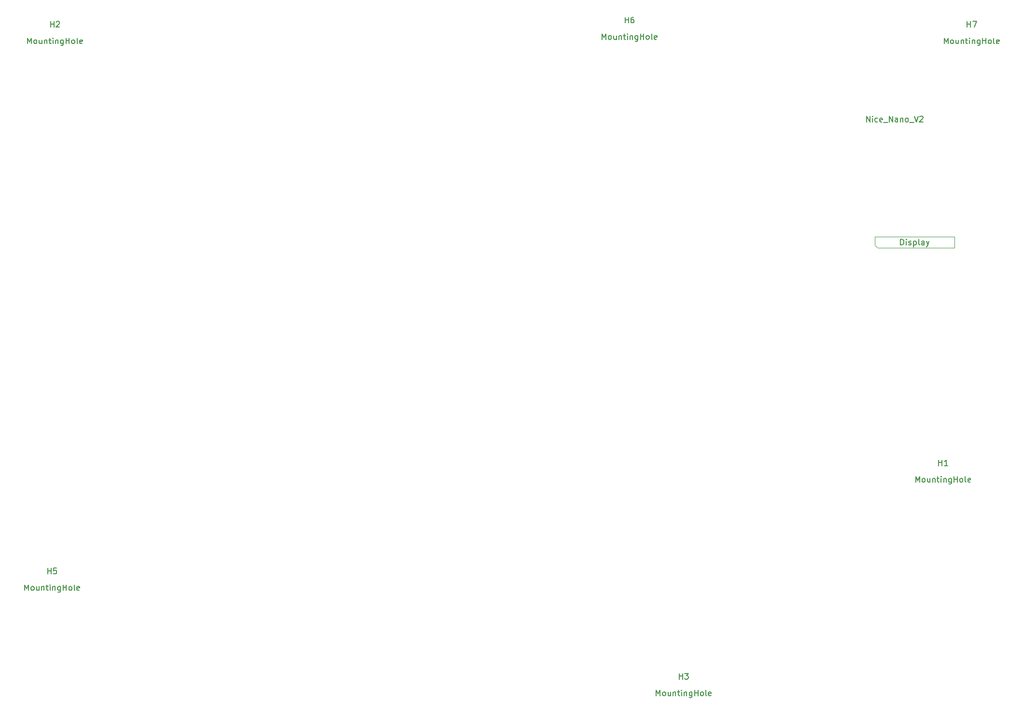
<source format=gbr>
%TF.GenerationSoftware,KiCad,Pcbnew,8.0.2-1*%
%TF.CreationDate,2024-06-04T23:34:33+02:00*%
%TF.ProjectId,keyboard,6b657962-6f61-4726-942e-6b696361645f,rev?*%
%TF.SameCoordinates,Original*%
%TF.FileFunction,AssemblyDrawing,Top*%
%FSLAX46Y46*%
G04 Gerber Fmt 4.6, Leading zero omitted, Abs format (unit mm)*
G04 Created by KiCad (PCBNEW 8.0.2-1) date 2024-06-04 23:34:33*
%MOMM*%
%LPD*%
G01*
G04 APERTURE LIST*
%ADD10C,0.150000*%
%ADD11C,0.100000*%
G04 APERTURE END LIST*
D10*
X193464285Y-110854819D02*
X193464285Y-109854819D01*
X193464285Y-109854819D02*
X193797618Y-110569104D01*
X193797618Y-110569104D02*
X194130951Y-109854819D01*
X194130951Y-109854819D02*
X194130951Y-110854819D01*
X194749999Y-110854819D02*
X194654761Y-110807200D01*
X194654761Y-110807200D02*
X194607142Y-110759580D01*
X194607142Y-110759580D02*
X194559523Y-110664342D01*
X194559523Y-110664342D02*
X194559523Y-110378628D01*
X194559523Y-110378628D02*
X194607142Y-110283390D01*
X194607142Y-110283390D02*
X194654761Y-110235771D01*
X194654761Y-110235771D02*
X194749999Y-110188152D01*
X194749999Y-110188152D02*
X194892856Y-110188152D01*
X194892856Y-110188152D02*
X194988094Y-110235771D01*
X194988094Y-110235771D02*
X195035713Y-110283390D01*
X195035713Y-110283390D02*
X195083332Y-110378628D01*
X195083332Y-110378628D02*
X195083332Y-110664342D01*
X195083332Y-110664342D02*
X195035713Y-110759580D01*
X195035713Y-110759580D02*
X194988094Y-110807200D01*
X194988094Y-110807200D02*
X194892856Y-110854819D01*
X194892856Y-110854819D02*
X194749999Y-110854819D01*
X195940475Y-110188152D02*
X195940475Y-110854819D01*
X195511904Y-110188152D02*
X195511904Y-110711961D01*
X195511904Y-110711961D02*
X195559523Y-110807200D01*
X195559523Y-110807200D02*
X195654761Y-110854819D01*
X195654761Y-110854819D02*
X195797618Y-110854819D01*
X195797618Y-110854819D02*
X195892856Y-110807200D01*
X195892856Y-110807200D02*
X195940475Y-110759580D01*
X196416666Y-110188152D02*
X196416666Y-110854819D01*
X196416666Y-110283390D02*
X196464285Y-110235771D01*
X196464285Y-110235771D02*
X196559523Y-110188152D01*
X196559523Y-110188152D02*
X196702380Y-110188152D01*
X196702380Y-110188152D02*
X196797618Y-110235771D01*
X196797618Y-110235771D02*
X196845237Y-110331009D01*
X196845237Y-110331009D02*
X196845237Y-110854819D01*
X197178571Y-110188152D02*
X197559523Y-110188152D01*
X197321428Y-109854819D02*
X197321428Y-110711961D01*
X197321428Y-110711961D02*
X197369047Y-110807200D01*
X197369047Y-110807200D02*
X197464285Y-110854819D01*
X197464285Y-110854819D02*
X197559523Y-110854819D01*
X197892857Y-110854819D02*
X197892857Y-110188152D01*
X197892857Y-109854819D02*
X197845238Y-109902438D01*
X197845238Y-109902438D02*
X197892857Y-109950057D01*
X197892857Y-109950057D02*
X197940476Y-109902438D01*
X197940476Y-109902438D02*
X197892857Y-109854819D01*
X197892857Y-109854819D02*
X197892857Y-109950057D01*
X198369047Y-110188152D02*
X198369047Y-110854819D01*
X198369047Y-110283390D02*
X198416666Y-110235771D01*
X198416666Y-110235771D02*
X198511904Y-110188152D01*
X198511904Y-110188152D02*
X198654761Y-110188152D01*
X198654761Y-110188152D02*
X198749999Y-110235771D01*
X198749999Y-110235771D02*
X198797618Y-110331009D01*
X198797618Y-110331009D02*
X198797618Y-110854819D01*
X199702380Y-110188152D02*
X199702380Y-110997676D01*
X199702380Y-110997676D02*
X199654761Y-111092914D01*
X199654761Y-111092914D02*
X199607142Y-111140533D01*
X199607142Y-111140533D02*
X199511904Y-111188152D01*
X199511904Y-111188152D02*
X199369047Y-111188152D01*
X199369047Y-111188152D02*
X199273809Y-111140533D01*
X199702380Y-110807200D02*
X199607142Y-110854819D01*
X199607142Y-110854819D02*
X199416666Y-110854819D01*
X199416666Y-110854819D02*
X199321428Y-110807200D01*
X199321428Y-110807200D02*
X199273809Y-110759580D01*
X199273809Y-110759580D02*
X199226190Y-110664342D01*
X199226190Y-110664342D02*
X199226190Y-110378628D01*
X199226190Y-110378628D02*
X199273809Y-110283390D01*
X199273809Y-110283390D02*
X199321428Y-110235771D01*
X199321428Y-110235771D02*
X199416666Y-110188152D01*
X199416666Y-110188152D02*
X199607142Y-110188152D01*
X199607142Y-110188152D02*
X199702380Y-110235771D01*
X200178571Y-110854819D02*
X200178571Y-109854819D01*
X200178571Y-110331009D02*
X200749999Y-110331009D01*
X200749999Y-110854819D02*
X200749999Y-109854819D01*
X201369047Y-110854819D02*
X201273809Y-110807200D01*
X201273809Y-110807200D02*
X201226190Y-110759580D01*
X201226190Y-110759580D02*
X201178571Y-110664342D01*
X201178571Y-110664342D02*
X201178571Y-110378628D01*
X201178571Y-110378628D02*
X201226190Y-110283390D01*
X201226190Y-110283390D02*
X201273809Y-110235771D01*
X201273809Y-110235771D02*
X201369047Y-110188152D01*
X201369047Y-110188152D02*
X201511904Y-110188152D01*
X201511904Y-110188152D02*
X201607142Y-110235771D01*
X201607142Y-110235771D02*
X201654761Y-110283390D01*
X201654761Y-110283390D02*
X201702380Y-110378628D01*
X201702380Y-110378628D02*
X201702380Y-110664342D01*
X201702380Y-110664342D02*
X201654761Y-110759580D01*
X201654761Y-110759580D02*
X201607142Y-110807200D01*
X201607142Y-110807200D02*
X201511904Y-110854819D01*
X201511904Y-110854819D02*
X201369047Y-110854819D01*
X202273809Y-110854819D02*
X202178571Y-110807200D01*
X202178571Y-110807200D02*
X202130952Y-110711961D01*
X202130952Y-110711961D02*
X202130952Y-109854819D01*
X203035714Y-110807200D02*
X202940476Y-110854819D01*
X202940476Y-110854819D02*
X202750000Y-110854819D01*
X202750000Y-110854819D02*
X202654762Y-110807200D01*
X202654762Y-110807200D02*
X202607143Y-110711961D01*
X202607143Y-110711961D02*
X202607143Y-110331009D01*
X202607143Y-110331009D02*
X202654762Y-110235771D01*
X202654762Y-110235771D02*
X202750000Y-110188152D01*
X202750000Y-110188152D02*
X202940476Y-110188152D01*
X202940476Y-110188152D02*
X203035714Y-110235771D01*
X203035714Y-110235771D02*
X203083333Y-110331009D01*
X203083333Y-110331009D02*
X203083333Y-110426247D01*
X203083333Y-110426247D02*
X202607143Y-110521485D01*
X197488095Y-107954819D02*
X197488095Y-106954819D01*
X197488095Y-107431009D02*
X198059523Y-107431009D01*
X198059523Y-107954819D02*
X198059523Y-106954819D01*
X199059523Y-107954819D02*
X198488095Y-107954819D01*
X198773809Y-107954819D02*
X198773809Y-106954819D01*
X198773809Y-106954819D02*
X198678571Y-107097676D01*
X198678571Y-107097676D02*
X198583333Y-107192914D01*
X198583333Y-107192914D02*
X198488095Y-107240533D01*
X37714285Y-33854819D02*
X37714285Y-32854819D01*
X37714285Y-32854819D02*
X38047618Y-33569104D01*
X38047618Y-33569104D02*
X38380951Y-32854819D01*
X38380951Y-32854819D02*
X38380951Y-33854819D01*
X38999999Y-33854819D02*
X38904761Y-33807200D01*
X38904761Y-33807200D02*
X38857142Y-33759580D01*
X38857142Y-33759580D02*
X38809523Y-33664342D01*
X38809523Y-33664342D02*
X38809523Y-33378628D01*
X38809523Y-33378628D02*
X38857142Y-33283390D01*
X38857142Y-33283390D02*
X38904761Y-33235771D01*
X38904761Y-33235771D02*
X38999999Y-33188152D01*
X38999999Y-33188152D02*
X39142856Y-33188152D01*
X39142856Y-33188152D02*
X39238094Y-33235771D01*
X39238094Y-33235771D02*
X39285713Y-33283390D01*
X39285713Y-33283390D02*
X39333332Y-33378628D01*
X39333332Y-33378628D02*
X39333332Y-33664342D01*
X39333332Y-33664342D02*
X39285713Y-33759580D01*
X39285713Y-33759580D02*
X39238094Y-33807200D01*
X39238094Y-33807200D02*
X39142856Y-33854819D01*
X39142856Y-33854819D02*
X38999999Y-33854819D01*
X40190475Y-33188152D02*
X40190475Y-33854819D01*
X39761904Y-33188152D02*
X39761904Y-33711961D01*
X39761904Y-33711961D02*
X39809523Y-33807200D01*
X39809523Y-33807200D02*
X39904761Y-33854819D01*
X39904761Y-33854819D02*
X40047618Y-33854819D01*
X40047618Y-33854819D02*
X40142856Y-33807200D01*
X40142856Y-33807200D02*
X40190475Y-33759580D01*
X40666666Y-33188152D02*
X40666666Y-33854819D01*
X40666666Y-33283390D02*
X40714285Y-33235771D01*
X40714285Y-33235771D02*
X40809523Y-33188152D01*
X40809523Y-33188152D02*
X40952380Y-33188152D01*
X40952380Y-33188152D02*
X41047618Y-33235771D01*
X41047618Y-33235771D02*
X41095237Y-33331009D01*
X41095237Y-33331009D02*
X41095237Y-33854819D01*
X41428571Y-33188152D02*
X41809523Y-33188152D01*
X41571428Y-32854819D02*
X41571428Y-33711961D01*
X41571428Y-33711961D02*
X41619047Y-33807200D01*
X41619047Y-33807200D02*
X41714285Y-33854819D01*
X41714285Y-33854819D02*
X41809523Y-33854819D01*
X42142857Y-33854819D02*
X42142857Y-33188152D01*
X42142857Y-32854819D02*
X42095238Y-32902438D01*
X42095238Y-32902438D02*
X42142857Y-32950057D01*
X42142857Y-32950057D02*
X42190476Y-32902438D01*
X42190476Y-32902438D02*
X42142857Y-32854819D01*
X42142857Y-32854819D02*
X42142857Y-32950057D01*
X42619047Y-33188152D02*
X42619047Y-33854819D01*
X42619047Y-33283390D02*
X42666666Y-33235771D01*
X42666666Y-33235771D02*
X42761904Y-33188152D01*
X42761904Y-33188152D02*
X42904761Y-33188152D01*
X42904761Y-33188152D02*
X42999999Y-33235771D01*
X42999999Y-33235771D02*
X43047618Y-33331009D01*
X43047618Y-33331009D02*
X43047618Y-33854819D01*
X43952380Y-33188152D02*
X43952380Y-33997676D01*
X43952380Y-33997676D02*
X43904761Y-34092914D01*
X43904761Y-34092914D02*
X43857142Y-34140533D01*
X43857142Y-34140533D02*
X43761904Y-34188152D01*
X43761904Y-34188152D02*
X43619047Y-34188152D01*
X43619047Y-34188152D02*
X43523809Y-34140533D01*
X43952380Y-33807200D02*
X43857142Y-33854819D01*
X43857142Y-33854819D02*
X43666666Y-33854819D01*
X43666666Y-33854819D02*
X43571428Y-33807200D01*
X43571428Y-33807200D02*
X43523809Y-33759580D01*
X43523809Y-33759580D02*
X43476190Y-33664342D01*
X43476190Y-33664342D02*
X43476190Y-33378628D01*
X43476190Y-33378628D02*
X43523809Y-33283390D01*
X43523809Y-33283390D02*
X43571428Y-33235771D01*
X43571428Y-33235771D02*
X43666666Y-33188152D01*
X43666666Y-33188152D02*
X43857142Y-33188152D01*
X43857142Y-33188152D02*
X43952380Y-33235771D01*
X44428571Y-33854819D02*
X44428571Y-32854819D01*
X44428571Y-33331009D02*
X44999999Y-33331009D01*
X44999999Y-33854819D02*
X44999999Y-32854819D01*
X45619047Y-33854819D02*
X45523809Y-33807200D01*
X45523809Y-33807200D02*
X45476190Y-33759580D01*
X45476190Y-33759580D02*
X45428571Y-33664342D01*
X45428571Y-33664342D02*
X45428571Y-33378628D01*
X45428571Y-33378628D02*
X45476190Y-33283390D01*
X45476190Y-33283390D02*
X45523809Y-33235771D01*
X45523809Y-33235771D02*
X45619047Y-33188152D01*
X45619047Y-33188152D02*
X45761904Y-33188152D01*
X45761904Y-33188152D02*
X45857142Y-33235771D01*
X45857142Y-33235771D02*
X45904761Y-33283390D01*
X45904761Y-33283390D02*
X45952380Y-33378628D01*
X45952380Y-33378628D02*
X45952380Y-33664342D01*
X45952380Y-33664342D02*
X45904761Y-33759580D01*
X45904761Y-33759580D02*
X45857142Y-33807200D01*
X45857142Y-33807200D02*
X45761904Y-33854819D01*
X45761904Y-33854819D02*
X45619047Y-33854819D01*
X46523809Y-33854819D02*
X46428571Y-33807200D01*
X46428571Y-33807200D02*
X46380952Y-33711961D01*
X46380952Y-33711961D02*
X46380952Y-32854819D01*
X47285714Y-33807200D02*
X47190476Y-33854819D01*
X47190476Y-33854819D02*
X47000000Y-33854819D01*
X47000000Y-33854819D02*
X46904762Y-33807200D01*
X46904762Y-33807200D02*
X46857143Y-33711961D01*
X46857143Y-33711961D02*
X46857143Y-33331009D01*
X46857143Y-33331009D02*
X46904762Y-33235771D01*
X46904762Y-33235771D02*
X47000000Y-33188152D01*
X47000000Y-33188152D02*
X47190476Y-33188152D01*
X47190476Y-33188152D02*
X47285714Y-33235771D01*
X47285714Y-33235771D02*
X47333333Y-33331009D01*
X47333333Y-33331009D02*
X47333333Y-33426247D01*
X47333333Y-33426247D02*
X46857143Y-33521485D01*
X41738095Y-30954819D02*
X41738095Y-29954819D01*
X41738095Y-30431009D02*
X42309523Y-30431009D01*
X42309523Y-30954819D02*
X42309523Y-29954819D01*
X42738095Y-30050057D02*
X42785714Y-30002438D01*
X42785714Y-30002438D02*
X42880952Y-29954819D01*
X42880952Y-29954819D02*
X43119047Y-29954819D01*
X43119047Y-29954819D02*
X43214285Y-30002438D01*
X43214285Y-30002438D02*
X43261904Y-30050057D01*
X43261904Y-30050057D02*
X43309523Y-30145295D01*
X43309523Y-30145295D02*
X43309523Y-30240533D01*
X43309523Y-30240533D02*
X43261904Y-30383390D01*
X43261904Y-30383390D02*
X42690476Y-30954819D01*
X42690476Y-30954819D02*
X43309523Y-30954819D01*
X147964285Y-148354819D02*
X147964285Y-147354819D01*
X147964285Y-147354819D02*
X148297618Y-148069104D01*
X148297618Y-148069104D02*
X148630951Y-147354819D01*
X148630951Y-147354819D02*
X148630951Y-148354819D01*
X149249999Y-148354819D02*
X149154761Y-148307200D01*
X149154761Y-148307200D02*
X149107142Y-148259580D01*
X149107142Y-148259580D02*
X149059523Y-148164342D01*
X149059523Y-148164342D02*
X149059523Y-147878628D01*
X149059523Y-147878628D02*
X149107142Y-147783390D01*
X149107142Y-147783390D02*
X149154761Y-147735771D01*
X149154761Y-147735771D02*
X149249999Y-147688152D01*
X149249999Y-147688152D02*
X149392856Y-147688152D01*
X149392856Y-147688152D02*
X149488094Y-147735771D01*
X149488094Y-147735771D02*
X149535713Y-147783390D01*
X149535713Y-147783390D02*
X149583332Y-147878628D01*
X149583332Y-147878628D02*
X149583332Y-148164342D01*
X149583332Y-148164342D02*
X149535713Y-148259580D01*
X149535713Y-148259580D02*
X149488094Y-148307200D01*
X149488094Y-148307200D02*
X149392856Y-148354819D01*
X149392856Y-148354819D02*
X149249999Y-148354819D01*
X150440475Y-147688152D02*
X150440475Y-148354819D01*
X150011904Y-147688152D02*
X150011904Y-148211961D01*
X150011904Y-148211961D02*
X150059523Y-148307200D01*
X150059523Y-148307200D02*
X150154761Y-148354819D01*
X150154761Y-148354819D02*
X150297618Y-148354819D01*
X150297618Y-148354819D02*
X150392856Y-148307200D01*
X150392856Y-148307200D02*
X150440475Y-148259580D01*
X150916666Y-147688152D02*
X150916666Y-148354819D01*
X150916666Y-147783390D02*
X150964285Y-147735771D01*
X150964285Y-147735771D02*
X151059523Y-147688152D01*
X151059523Y-147688152D02*
X151202380Y-147688152D01*
X151202380Y-147688152D02*
X151297618Y-147735771D01*
X151297618Y-147735771D02*
X151345237Y-147831009D01*
X151345237Y-147831009D02*
X151345237Y-148354819D01*
X151678571Y-147688152D02*
X152059523Y-147688152D01*
X151821428Y-147354819D02*
X151821428Y-148211961D01*
X151821428Y-148211961D02*
X151869047Y-148307200D01*
X151869047Y-148307200D02*
X151964285Y-148354819D01*
X151964285Y-148354819D02*
X152059523Y-148354819D01*
X152392857Y-148354819D02*
X152392857Y-147688152D01*
X152392857Y-147354819D02*
X152345238Y-147402438D01*
X152345238Y-147402438D02*
X152392857Y-147450057D01*
X152392857Y-147450057D02*
X152440476Y-147402438D01*
X152440476Y-147402438D02*
X152392857Y-147354819D01*
X152392857Y-147354819D02*
X152392857Y-147450057D01*
X152869047Y-147688152D02*
X152869047Y-148354819D01*
X152869047Y-147783390D02*
X152916666Y-147735771D01*
X152916666Y-147735771D02*
X153011904Y-147688152D01*
X153011904Y-147688152D02*
X153154761Y-147688152D01*
X153154761Y-147688152D02*
X153249999Y-147735771D01*
X153249999Y-147735771D02*
X153297618Y-147831009D01*
X153297618Y-147831009D02*
X153297618Y-148354819D01*
X154202380Y-147688152D02*
X154202380Y-148497676D01*
X154202380Y-148497676D02*
X154154761Y-148592914D01*
X154154761Y-148592914D02*
X154107142Y-148640533D01*
X154107142Y-148640533D02*
X154011904Y-148688152D01*
X154011904Y-148688152D02*
X153869047Y-148688152D01*
X153869047Y-148688152D02*
X153773809Y-148640533D01*
X154202380Y-148307200D02*
X154107142Y-148354819D01*
X154107142Y-148354819D02*
X153916666Y-148354819D01*
X153916666Y-148354819D02*
X153821428Y-148307200D01*
X153821428Y-148307200D02*
X153773809Y-148259580D01*
X153773809Y-148259580D02*
X153726190Y-148164342D01*
X153726190Y-148164342D02*
X153726190Y-147878628D01*
X153726190Y-147878628D02*
X153773809Y-147783390D01*
X153773809Y-147783390D02*
X153821428Y-147735771D01*
X153821428Y-147735771D02*
X153916666Y-147688152D01*
X153916666Y-147688152D02*
X154107142Y-147688152D01*
X154107142Y-147688152D02*
X154202380Y-147735771D01*
X154678571Y-148354819D02*
X154678571Y-147354819D01*
X154678571Y-147831009D02*
X155249999Y-147831009D01*
X155249999Y-148354819D02*
X155249999Y-147354819D01*
X155869047Y-148354819D02*
X155773809Y-148307200D01*
X155773809Y-148307200D02*
X155726190Y-148259580D01*
X155726190Y-148259580D02*
X155678571Y-148164342D01*
X155678571Y-148164342D02*
X155678571Y-147878628D01*
X155678571Y-147878628D02*
X155726190Y-147783390D01*
X155726190Y-147783390D02*
X155773809Y-147735771D01*
X155773809Y-147735771D02*
X155869047Y-147688152D01*
X155869047Y-147688152D02*
X156011904Y-147688152D01*
X156011904Y-147688152D02*
X156107142Y-147735771D01*
X156107142Y-147735771D02*
X156154761Y-147783390D01*
X156154761Y-147783390D02*
X156202380Y-147878628D01*
X156202380Y-147878628D02*
X156202380Y-148164342D01*
X156202380Y-148164342D02*
X156154761Y-148259580D01*
X156154761Y-148259580D02*
X156107142Y-148307200D01*
X156107142Y-148307200D02*
X156011904Y-148354819D01*
X156011904Y-148354819D02*
X155869047Y-148354819D01*
X156773809Y-148354819D02*
X156678571Y-148307200D01*
X156678571Y-148307200D02*
X156630952Y-148211961D01*
X156630952Y-148211961D02*
X156630952Y-147354819D01*
X157535714Y-148307200D02*
X157440476Y-148354819D01*
X157440476Y-148354819D02*
X157250000Y-148354819D01*
X157250000Y-148354819D02*
X157154762Y-148307200D01*
X157154762Y-148307200D02*
X157107143Y-148211961D01*
X157107143Y-148211961D02*
X157107143Y-147831009D01*
X157107143Y-147831009D02*
X157154762Y-147735771D01*
X157154762Y-147735771D02*
X157250000Y-147688152D01*
X157250000Y-147688152D02*
X157440476Y-147688152D01*
X157440476Y-147688152D02*
X157535714Y-147735771D01*
X157535714Y-147735771D02*
X157583333Y-147831009D01*
X157583333Y-147831009D02*
X157583333Y-147926247D01*
X157583333Y-147926247D02*
X157107143Y-148021485D01*
X151988095Y-145454819D02*
X151988095Y-144454819D01*
X151988095Y-144931009D02*
X152559523Y-144931009D01*
X152559523Y-145454819D02*
X152559523Y-144454819D01*
X152940476Y-144454819D02*
X153559523Y-144454819D01*
X153559523Y-144454819D02*
X153226190Y-144835771D01*
X153226190Y-144835771D02*
X153369047Y-144835771D01*
X153369047Y-144835771D02*
X153464285Y-144883390D01*
X153464285Y-144883390D02*
X153511904Y-144931009D01*
X153511904Y-144931009D02*
X153559523Y-145026247D01*
X153559523Y-145026247D02*
X153559523Y-145264342D01*
X153559523Y-145264342D02*
X153511904Y-145359580D01*
X153511904Y-145359580D02*
X153464285Y-145407200D01*
X153464285Y-145407200D02*
X153369047Y-145454819D01*
X153369047Y-145454819D02*
X153083333Y-145454819D01*
X153083333Y-145454819D02*
X152988095Y-145407200D01*
X152988095Y-145407200D02*
X152940476Y-145359580D01*
X138464285Y-33104819D02*
X138464285Y-32104819D01*
X138464285Y-32104819D02*
X138797618Y-32819104D01*
X138797618Y-32819104D02*
X139130951Y-32104819D01*
X139130951Y-32104819D02*
X139130951Y-33104819D01*
X139749999Y-33104819D02*
X139654761Y-33057200D01*
X139654761Y-33057200D02*
X139607142Y-33009580D01*
X139607142Y-33009580D02*
X139559523Y-32914342D01*
X139559523Y-32914342D02*
X139559523Y-32628628D01*
X139559523Y-32628628D02*
X139607142Y-32533390D01*
X139607142Y-32533390D02*
X139654761Y-32485771D01*
X139654761Y-32485771D02*
X139749999Y-32438152D01*
X139749999Y-32438152D02*
X139892856Y-32438152D01*
X139892856Y-32438152D02*
X139988094Y-32485771D01*
X139988094Y-32485771D02*
X140035713Y-32533390D01*
X140035713Y-32533390D02*
X140083332Y-32628628D01*
X140083332Y-32628628D02*
X140083332Y-32914342D01*
X140083332Y-32914342D02*
X140035713Y-33009580D01*
X140035713Y-33009580D02*
X139988094Y-33057200D01*
X139988094Y-33057200D02*
X139892856Y-33104819D01*
X139892856Y-33104819D02*
X139749999Y-33104819D01*
X140940475Y-32438152D02*
X140940475Y-33104819D01*
X140511904Y-32438152D02*
X140511904Y-32961961D01*
X140511904Y-32961961D02*
X140559523Y-33057200D01*
X140559523Y-33057200D02*
X140654761Y-33104819D01*
X140654761Y-33104819D02*
X140797618Y-33104819D01*
X140797618Y-33104819D02*
X140892856Y-33057200D01*
X140892856Y-33057200D02*
X140940475Y-33009580D01*
X141416666Y-32438152D02*
X141416666Y-33104819D01*
X141416666Y-32533390D02*
X141464285Y-32485771D01*
X141464285Y-32485771D02*
X141559523Y-32438152D01*
X141559523Y-32438152D02*
X141702380Y-32438152D01*
X141702380Y-32438152D02*
X141797618Y-32485771D01*
X141797618Y-32485771D02*
X141845237Y-32581009D01*
X141845237Y-32581009D02*
X141845237Y-33104819D01*
X142178571Y-32438152D02*
X142559523Y-32438152D01*
X142321428Y-32104819D02*
X142321428Y-32961961D01*
X142321428Y-32961961D02*
X142369047Y-33057200D01*
X142369047Y-33057200D02*
X142464285Y-33104819D01*
X142464285Y-33104819D02*
X142559523Y-33104819D01*
X142892857Y-33104819D02*
X142892857Y-32438152D01*
X142892857Y-32104819D02*
X142845238Y-32152438D01*
X142845238Y-32152438D02*
X142892857Y-32200057D01*
X142892857Y-32200057D02*
X142940476Y-32152438D01*
X142940476Y-32152438D02*
X142892857Y-32104819D01*
X142892857Y-32104819D02*
X142892857Y-32200057D01*
X143369047Y-32438152D02*
X143369047Y-33104819D01*
X143369047Y-32533390D02*
X143416666Y-32485771D01*
X143416666Y-32485771D02*
X143511904Y-32438152D01*
X143511904Y-32438152D02*
X143654761Y-32438152D01*
X143654761Y-32438152D02*
X143749999Y-32485771D01*
X143749999Y-32485771D02*
X143797618Y-32581009D01*
X143797618Y-32581009D02*
X143797618Y-33104819D01*
X144702380Y-32438152D02*
X144702380Y-33247676D01*
X144702380Y-33247676D02*
X144654761Y-33342914D01*
X144654761Y-33342914D02*
X144607142Y-33390533D01*
X144607142Y-33390533D02*
X144511904Y-33438152D01*
X144511904Y-33438152D02*
X144369047Y-33438152D01*
X144369047Y-33438152D02*
X144273809Y-33390533D01*
X144702380Y-33057200D02*
X144607142Y-33104819D01*
X144607142Y-33104819D02*
X144416666Y-33104819D01*
X144416666Y-33104819D02*
X144321428Y-33057200D01*
X144321428Y-33057200D02*
X144273809Y-33009580D01*
X144273809Y-33009580D02*
X144226190Y-32914342D01*
X144226190Y-32914342D02*
X144226190Y-32628628D01*
X144226190Y-32628628D02*
X144273809Y-32533390D01*
X144273809Y-32533390D02*
X144321428Y-32485771D01*
X144321428Y-32485771D02*
X144416666Y-32438152D01*
X144416666Y-32438152D02*
X144607142Y-32438152D01*
X144607142Y-32438152D02*
X144702380Y-32485771D01*
X145178571Y-33104819D02*
X145178571Y-32104819D01*
X145178571Y-32581009D02*
X145749999Y-32581009D01*
X145749999Y-33104819D02*
X145749999Y-32104819D01*
X146369047Y-33104819D02*
X146273809Y-33057200D01*
X146273809Y-33057200D02*
X146226190Y-33009580D01*
X146226190Y-33009580D02*
X146178571Y-32914342D01*
X146178571Y-32914342D02*
X146178571Y-32628628D01*
X146178571Y-32628628D02*
X146226190Y-32533390D01*
X146226190Y-32533390D02*
X146273809Y-32485771D01*
X146273809Y-32485771D02*
X146369047Y-32438152D01*
X146369047Y-32438152D02*
X146511904Y-32438152D01*
X146511904Y-32438152D02*
X146607142Y-32485771D01*
X146607142Y-32485771D02*
X146654761Y-32533390D01*
X146654761Y-32533390D02*
X146702380Y-32628628D01*
X146702380Y-32628628D02*
X146702380Y-32914342D01*
X146702380Y-32914342D02*
X146654761Y-33009580D01*
X146654761Y-33009580D02*
X146607142Y-33057200D01*
X146607142Y-33057200D02*
X146511904Y-33104819D01*
X146511904Y-33104819D02*
X146369047Y-33104819D01*
X147273809Y-33104819D02*
X147178571Y-33057200D01*
X147178571Y-33057200D02*
X147130952Y-32961961D01*
X147130952Y-32961961D02*
X147130952Y-32104819D01*
X148035714Y-33057200D02*
X147940476Y-33104819D01*
X147940476Y-33104819D02*
X147750000Y-33104819D01*
X147750000Y-33104819D02*
X147654762Y-33057200D01*
X147654762Y-33057200D02*
X147607143Y-32961961D01*
X147607143Y-32961961D02*
X147607143Y-32581009D01*
X147607143Y-32581009D02*
X147654762Y-32485771D01*
X147654762Y-32485771D02*
X147750000Y-32438152D01*
X147750000Y-32438152D02*
X147940476Y-32438152D01*
X147940476Y-32438152D02*
X148035714Y-32485771D01*
X148035714Y-32485771D02*
X148083333Y-32581009D01*
X148083333Y-32581009D02*
X148083333Y-32676247D01*
X148083333Y-32676247D02*
X147607143Y-32771485D01*
X142488095Y-30204819D02*
X142488095Y-29204819D01*
X142488095Y-29681009D02*
X143059523Y-29681009D01*
X143059523Y-30204819D02*
X143059523Y-29204819D01*
X143964285Y-29204819D02*
X143773809Y-29204819D01*
X143773809Y-29204819D02*
X143678571Y-29252438D01*
X143678571Y-29252438D02*
X143630952Y-29300057D01*
X143630952Y-29300057D02*
X143535714Y-29442914D01*
X143535714Y-29442914D02*
X143488095Y-29633390D01*
X143488095Y-29633390D02*
X143488095Y-30014342D01*
X143488095Y-30014342D02*
X143535714Y-30109580D01*
X143535714Y-30109580D02*
X143583333Y-30157200D01*
X143583333Y-30157200D02*
X143678571Y-30204819D01*
X143678571Y-30204819D02*
X143869047Y-30204819D01*
X143869047Y-30204819D02*
X143964285Y-30157200D01*
X143964285Y-30157200D02*
X144011904Y-30109580D01*
X144011904Y-30109580D02*
X144059523Y-30014342D01*
X144059523Y-30014342D02*
X144059523Y-29776247D01*
X144059523Y-29776247D02*
X144011904Y-29681009D01*
X144011904Y-29681009D02*
X143964285Y-29633390D01*
X143964285Y-29633390D02*
X143869047Y-29585771D01*
X143869047Y-29585771D02*
X143678571Y-29585771D01*
X143678571Y-29585771D02*
X143583333Y-29633390D01*
X143583333Y-29633390D02*
X143535714Y-29681009D01*
X143535714Y-29681009D02*
X143488095Y-29776247D01*
X184821428Y-47589819D02*
X184821428Y-46589819D01*
X184821428Y-46589819D02*
X185392856Y-47589819D01*
X185392856Y-47589819D02*
X185392856Y-46589819D01*
X185869047Y-47589819D02*
X185869047Y-46923152D01*
X185869047Y-46589819D02*
X185821428Y-46637438D01*
X185821428Y-46637438D02*
X185869047Y-46685057D01*
X185869047Y-46685057D02*
X185916666Y-46637438D01*
X185916666Y-46637438D02*
X185869047Y-46589819D01*
X185869047Y-46589819D02*
X185869047Y-46685057D01*
X186773808Y-47542200D02*
X186678570Y-47589819D01*
X186678570Y-47589819D02*
X186488094Y-47589819D01*
X186488094Y-47589819D02*
X186392856Y-47542200D01*
X186392856Y-47542200D02*
X186345237Y-47494580D01*
X186345237Y-47494580D02*
X186297618Y-47399342D01*
X186297618Y-47399342D02*
X186297618Y-47113628D01*
X186297618Y-47113628D02*
X186345237Y-47018390D01*
X186345237Y-47018390D02*
X186392856Y-46970771D01*
X186392856Y-46970771D02*
X186488094Y-46923152D01*
X186488094Y-46923152D02*
X186678570Y-46923152D01*
X186678570Y-46923152D02*
X186773808Y-46970771D01*
X187583332Y-47542200D02*
X187488094Y-47589819D01*
X187488094Y-47589819D02*
X187297618Y-47589819D01*
X187297618Y-47589819D02*
X187202380Y-47542200D01*
X187202380Y-47542200D02*
X187154761Y-47446961D01*
X187154761Y-47446961D02*
X187154761Y-47066009D01*
X187154761Y-47066009D02*
X187202380Y-46970771D01*
X187202380Y-46970771D02*
X187297618Y-46923152D01*
X187297618Y-46923152D02*
X187488094Y-46923152D01*
X187488094Y-46923152D02*
X187583332Y-46970771D01*
X187583332Y-46970771D02*
X187630951Y-47066009D01*
X187630951Y-47066009D02*
X187630951Y-47161247D01*
X187630951Y-47161247D02*
X187154761Y-47256485D01*
X187821428Y-47685057D02*
X188583332Y-47685057D01*
X188821428Y-47589819D02*
X188821428Y-46589819D01*
X188821428Y-46589819D02*
X189392856Y-47589819D01*
X189392856Y-47589819D02*
X189392856Y-46589819D01*
X190297618Y-47589819D02*
X190297618Y-47066009D01*
X190297618Y-47066009D02*
X190249999Y-46970771D01*
X190249999Y-46970771D02*
X190154761Y-46923152D01*
X190154761Y-46923152D02*
X189964285Y-46923152D01*
X189964285Y-46923152D02*
X189869047Y-46970771D01*
X190297618Y-47542200D02*
X190202380Y-47589819D01*
X190202380Y-47589819D02*
X189964285Y-47589819D01*
X189964285Y-47589819D02*
X189869047Y-47542200D01*
X189869047Y-47542200D02*
X189821428Y-47446961D01*
X189821428Y-47446961D02*
X189821428Y-47351723D01*
X189821428Y-47351723D02*
X189869047Y-47256485D01*
X189869047Y-47256485D02*
X189964285Y-47208866D01*
X189964285Y-47208866D02*
X190202380Y-47208866D01*
X190202380Y-47208866D02*
X190297618Y-47161247D01*
X190773809Y-46923152D02*
X190773809Y-47589819D01*
X190773809Y-47018390D02*
X190821428Y-46970771D01*
X190821428Y-46970771D02*
X190916666Y-46923152D01*
X190916666Y-46923152D02*
X191059523Y-46923152D01*
X191059523Y-46923152D02*
X191154761Y-46970771D01*
X191154761Y-46970771D02*
X191202380Y-47066009D01*
X191202380Y-47066009D02*
X191202380Y-47589819D01*
X191821428Y-47589819D02*
X191726190Y-47542200D01*
X191726190Y-47542200D02*
X191678571Y-47494580D01*
X191678571Y-47494580D02*
X191630952Y-47399342D01*
X191630952Y-47399342D02*
X191630952Y-47113628D01*
X191630952Y-47113628D02*
X191678571Y-47018390D01*
X191678571Y-47018390D02*
X191726190Y-46970771D01*
X191726190Y-46970771D02*
X191821428Y-46923152D01*
X191821428Y-46923152D02*
X191964285Y-46923152D01*
X191964285Y-46923152D02*
X192059523Y-46970771D01*
X192059523Y-46970771D02*
X192107142Y-47018390D01*
X192107142Y-47018390D02*
X192154761Y-47113628D01*
X192154761Y-47113628D02*
X192154761Y-47399342D01*
X192154761Y-47399342D02*
X192107142Y-47494580D01*
X192107142Y-47494580D02*
X192059523Y-47542200D01*
X192059523Y-47542200D02*
X191964285Y-47589819D01*
X191964285Y-47589819D02*
X191821428Y-47589819D01*
X192345238Y-47685057D02*
X193107142Y-47685057D01*
X193202381Y-46589819D02*
X193535714Y-47589819D01*
X193535714Y-47589819D02*
X193869047Y-46589819D01*
X194154762Y-46685057D02*
X194202381Y-46637438D01*
X194202381Y-46637438D02*
X194297619Y-46589819D01*
X194297619Y-46589819D02*
X194535714Y-46589819D01*
X194535714Y-46589819D02*
X194630952Y-46637438D01*
X194630952Y-46637438D02*
X194678571Y-46685057D01*
X194678571Y-46685057D02*
X194726190Y-46780295D01*
X194726190Y-46780295D02*
X194726190Y-46875533D01*
X194726190Y-46875533D02*
X194678571Y-47018390D01*
X194678571Y-47018390D02*
X194107143Y-47589819D01*
X194107143Y-47589819D02*
X194726190Y-47589819D01*
X198464285Y-33854819D02*
X198464285Y-32854819D01*
X198464285Y-32854819D02*
X198797618Y-33569104D01*
X198797618Y-33569104D02*
X199130951Y-32854819D01*
X199130951Y-32854819D02*
X199130951Y-33854819D01*
X199749999Y-33854819D02*
X199654761Y-33807200D01*
X199654761Y-33807200D02*
X199607142Y-33759580D01*
X199607142Y-33759580D02*
X199559523Y-33664342D01*
X199559523Y-33664342D02*
X199559523Y-33378628D01*
X199559523Y-33378628D02*
X199607142Y-33283390D01*
X199607142Y-33283390D02*
X199654761Y-33235771D01*
X199654761Y-33235771D02*
X199749999Y-33188152D01*
X199749999Y-33188152D02*
X199892856Y-33188152D01*
X199892856Y-33188152D02*
X199988094Y-33235771D01*
X199988094Y-33235771D02*
X200035713Y-33283390D01*
X200035713Y-33283390D02*
X200083332Y-33378628D01*
X200083332Y-33378628D02*
X200083332Y-33664342D01*
X200083332Y-33664342D02*
X200035713Y-33759580D01*
X200035713Y-33759580D02*
X199988094Y-33807200D01*
X199988094Y-33807200D02*
X199892856Y-33854819D01*
X199892856Y-33854819D02*
X199749999Y-33854819D01*
X200940475Y-33188152D02*
X200940475Y-33854819D01*
X200511904Y-33188152D02*
X200511904Y-33711961D01*
X200511904Y-33711961D02*
X200559523Y-33807200D01*
X200559523Y-33807200D02*
X200654761Y-33854819D01*
X200654761Y-33854819D02*
X200797618Y-33854819D01*
X200797618Y-33854819D02*
X200892856Y-33807200D01*
X200892856Y-33807200D02*
X200940475Y-33759580D01*
X201416666Y-33188152D02*
X201416666Y-33854819D01*
X201416666Y-33283390D02*
X201464285Y-33235771D01*
X201464285Y-33235771D02*
X201559523Y-33188152D01*
X201559523Y-33188152D02*
X201702380Y-33188152D01*
X201702380Y-33188152D02*
X201797618Y-33235771D01*
X201797618Y-33235771D02*
X201845237Y-33331009D01*
X201845237Y-33331009D02*
X201845237Y-33854819D01*
X202178571Y-33188152D02*
X202559523Y-33188152D01*
X202321428Y-32854819D02*
X202321428Y-33711961D01*
X202321428Y-33711961D02*
X202369047Y-33807200D01*
X202369047Y-33807200D02*
X202464285Y-33854819D01*
X202464285Y-33854819D02*
X202559523Y-33854819D01*
X202892857Y-33854819D02*
X202892857Y-33188152D01*
X202892857Y-32854819D02*
X202845238Y-32902438D01*
X202845238Y-32902438D02*
X202892857Y-32950057D01*
X202892857Y-32950057D02*
X202940476Y-32902438D01*
X202940476Y-32902438D02*
X202892857Y-32854819D01*
X202892857Y-32854819D02*
X202892857Y-32950057D01*
X203369047Y-33188152D02*
X203369047Y-33854819D01*
X203369047Y-33283390D02*
X203416666Y-33235771D01*
X203416666Y-33235771D02*
X203511904Y-33188152D01*
X203511904Y-33188152D02*
X203654761Y-33188152D01*
X203654761Y-33188152D02*
X203749999Y-33235771D01*
X203749999Y-33235771D02*
X203797618Y-33331009D01*
X203797618Y-33331009D02*
X203797618Y-33854819D01*
X204702380Y-33188152D02*
X204702380Y-33997676D01*
X204702380Y-33997676D02*
X204654761Y-34092914D01*
X204654761Y-34092914D02*
X204607142Y-34140533D01*
X204607142Y-34140533D02*
X204511904Y-34188152D01*
X204511904Y-34188152D02*
X204369047Y-34188152D01*
X204369047Y-34188152D02*
X204273809Y-34140533D01*
X204702380Y-33807200D02*
X204607142Y-33854819D01*
X204607142Y-33854819D02*
X204416666Y-33854819D01*
X204416666Y-33854819D02*
X204321428Y-33807200D01*
X204321428Y-33807200D02*
X204273809Y-33759580D01*
X204273809Y-33759580D02*
X204226190Y-33664342D01*
X204226190Y-33664342D02*
X204226190Y-33378628D01*
X204226190Y-33378628D02*
X204273809Y-33283390D01*
X204273809Y-33283390D02*
X204321428Y-33235771D01*
X204321428Y-33235771D02*
X204416666Y-33188152D01*
X204416666Y-33188152D02*
X204607142Y-33188152D01*
X204607142Y-33188152D02*
X204702380Y-33235771D01*
X205178571Y-33854819D02*
X205178571Y-32854819D01*
X205178571Y-33331009D02*
X205749999Y-33331009D01*
X205749999Y-33854819D02*
X205749999Y-32854819D01*
X206369047Y-33854819D02*
X206273809Y-33807200D01*
X206273809Y-33807200D02*
X206226190Y-33759580D01*
X206226190Y-33759580D02*
X206178571Y-33664342D01*
X206178571Y-33664342D02*
X206178571Y-33378628D01*
X206178571Y-33378628D02*
X206226190Y-33283390D01*
X206226190Y-33283390D02*
X206273809Y-33235771D01*
X206273809Y-33235771D02*
X206369047Y-33188152D01*
X206369047Y-33188152D02*
X206511904Y-33188152D01*
X206511904Y-33188152D02*
X206607142Y-33235771D01*
X206607142Y-33235771D02*
X206654761Y-33283390D01*
X206654761Y-33283390D02*
X206702380Y-33378628D01*
X206702380Y-33378628D02*
X206702380Y-33664342D01*
X206702380Y-33664342D02*
X206654761Y-33759580D01*
X206654761Y-33759580D02*
X206607142Y-33807200D01*
X206607142Y-33807200D02*
X206511904Y-33854819D01*
X206511904Y-33854819D02*
X206369047Y-33854819D01*
X207273809Y-33854819D02*
X207178571Y-33807200D01*
X207178571Y-33807200D02*
X207130952Y-33711961D01*
X207130952Y-33711961D02*
X207130952Y-32854819D01*
X208035714Y-33807200D02*
X207940476Y-33854819D01*
X207940476Y-33854819D02*
X207750000Y-33854819D01*
X207750000Y-33854819D02*
X207654762Y-33807200D01*
X207654762Y-33807200D02*
X207607143Y-33711961D01*
X207607143Y-33711961D02*
X207607143Y-33331009D01*
X207607143Y-33331009D02*
X207654762Y-33235771D01*
X207654762Y-33235771D02*
X207750000Y-33188152D01*
X207750000Y-33188152D02*
X207940476Y-33188152D01*
X207940476Y-33188152D02*
X208035714Y-33235771D01*
X208035714Y-33235771D02*
X208083333Y-33331009D01*
X208083333Y-33331009D02*
X208083333Y-33426247D01*
X208083333Y-33426247D02*
X207607143Y-33521485D01*
X202488095Y-30954819D02*
X202488095Y-29954819D01*
X202488095Y-30431009D02*
X203059523Y-30431009D01*
X203059523Y-30954819D02*
X203059523Y-29954819D01*
X203440476Y-29954819D02*
X204107142Y-29954819D01*
X204107142Y-29954819D02*
X203678571Y-30954819D01*
X37214285Y-129854819D02*
X37214285Y-128854819D01*
X37214285Y-128854819D02*
X37547618Y-129569104D01*
X37547618Y-129569104D02*
X37880951Y-128854819D01*
X37880951Y-128854819D02*
X37880951Y-129854819D01*
X38499999Y-129854819D02*
X38404761Y-129807200D01*
X38404761Y-129807200D02*
X38357142Y-129759580D01*
X38357142Y-129759580D02*
X38309523Y-129664342D01*
X38309523Y-129664342D02*
X38309523Y-129378628D01*
X38309523Y-129378628D02*
X38357142Y-129283390D01*
X38357142Y-129283390D02*
X38404761Y-129235771D01*
X38404761Y-129235771D02*
X38499999Y-129188152D01*
X38499999Y-129188152D02*
X38642856Y-129188152D01*
X38642856Y-129188152D02*
X38738094Y-129235771D01*
X38738094Y-129235771D02*
X38785713Y-129283390D01*
X38785713Y-129283390D02*
X38833332Y-129378628D01*
X38833332Y-129378628D02*
X38833332Y-129664342D01*
X38833332Y-129664342D02*
X38785713Y-129759580D01*
X38785713Y-129759580D02*
X38738094Y-129807200D01*
X38738094Y-129807200D02*
X38642856Y-129854819D01*
X38642856Y-129854819D02*
X38499999Y-129854819D01*
X39690475Y-129188152D02*
X39690475Y-129854819D01*
X39261904Y-129188152D02*
X39261904Y-129711961D01*
X39261904Y-129711961D02*
X39309523Y-129807200D01*
X39309523Y-129807200D02*
X39404761Y-129854819D01*
X39404761Y-129854819D02*
X39547618Y-129854819D01*
X39547618Y-129854819D02*
X39642856Y-129807200D01*
X39642856Y-129807200D02*
X39690475Y-129759580D01*
X40166666Y-129188152D02*
X40166666Y-129854819D01*
X40166666Y-129283390D02*
X40214285Y-129235771D01*
X40214285Y-129235771D02*
X40309523Y-129188152D01*
X40309523Y-129188152D02*
X40452380Y-129188152D01*
X40452380Y-129188152D02*
X40547618Y-129235771D01*
X40547618Y-129235771D02*
X40595237Y-129331009D01*
X40595237Y-129331009D02*
X40595237Y-129854819D01*
X40928571Y-129188152D02*
X41309523Y-129188152D01*
X41071428Y-128854819D02*
X41071428Y-129711961D01*
X41071428Y-129711961D02*
X41119047Y-129807200D01*
X41119047Y-129807200D02*
X41214285Y-129854819D01*
X41214285Y-129854819D02*
X41309523Y-129854819D01*
X41642857Y-129854819D02*
X41642857Y-129188152D01*
X41642857Y-128854819D02*
X41595238Y-128902438D01*
X41595238Y-128902438D02*
X41642857Y-128950057D01*
X41642857Y-128950057D02*
X41690476Y-128902438D01*
X41690476Y-128902438D02*
X41642857Y-128854819D01*
X41642857Y-128854819D02*
X41642857Y-128950057D01*
X42119047Y-129188152D02*
X42119047Y-129854819D01*
X42119047Y-129283390D02*
X42166666Y-129235771D01*
X42166666Y-129235771D02*
X42261904Y-129188152D01*
X42261904Y-129188152D02*
X42404761Y-129188152D01*
X42404761Y-129188152D02*
X42499999Y-129235771D01*
X42499999Y-129235771D02*
X42547618Y-129331009D01*
X42547618Y-129331009D02*
X42547618Y-129854819D01*
X43452380Y-129188152D02*
X43452380Y-129997676D01*
X43452380Y-129997676D02*
X43404761Y-130092914D01*
X43404761Y-130092914D02*
X43357142Y-130140533D01*
X43357142Y-130140533D02*
X43261904Y-130188152D01*
X43261904Y-130188152D02*
X43119047Y-130188152D01*
X43119047Y-130188152D02*
X43023809Y-130140533D01*
X43452380Y-129807200D02*
X43357142Y-129854819D01*
X43357142Y-129854819D02*
X43166666Y-129854819D01*
X43166666Y-129854819D02*
X43071428Y-129807200D01*
X43071428Y-129807200D02*
X43023809Y-129759580D01*
X43023809Y-129759580D02*
X42976190Y-129664342D01*
X42976190Y-129664342D02*
X42976190Y-129378628D01*
X42976190Y-129378628D02*
X43023809Y-129283390D01*
X43023809Y-129283390D02*
X43071428Y-129235771D01*
X43071428Y-129235771D02*
X43166666Y-129188152D01*
X43166666Y-129188152D02*
X43357142Y-129188152D01*
X43357142Y-129188152D02*
X43452380Y-129235771D01*
X43928571Y-129854819D02*
X43928571Y-128854819D01*
X43928571Y-129331009D02*
X44499999Y-129331009D01*
X44499999Y-129854819D02*
X44499999Y-128854819D01*
X45119047Y-129854819D02*
X45023809Y-129807200D01*
X45023809Y-129807200D02*
X44976190Y-129759580D01*
X44976190Y-129759580D02*
X44928571Y-129664342D01*
X44928571Y-129664342D02*
X44928571Y-129378628D01*
X44928571Y-129378628D02*
X44976190Y-129283390D01*
X44976190Y-129283390D02*
X45023809Y-129235771D01*
X45023809Y-129235771D02*
X45119047Y-129188152D01*
X45119047Y-129188152D02*
X45261904Y-129188152D01*
X45261904Y-129188152D02*
X45357142Y-129235771D01*
X45357142Y-129235771D02*
X45404761Y-129283390D01*
X45404761Y-129283390D02*
X45452380Y-129378628D01*
X45452380Y-129378628D02*
X45452380Y-129664342D01*
X45452380Y-129664342D02*
X45404761Y-129759580D01*
X45404761Y-129759580D02*
X45357142Y-129807200D01*
X45357142Y-129807200D02*
X45261904Y-129854819D01*
X45261904Y-129854819D02*
X45119047Y-129854819D01*
X46023809Y-129854819D02*
X45928571Y-129807200D01*
X45928571Y-129807200D02*
X45880952Y-129711961D01*
X45880952Y-129711961D02*
X45880952Y-128854819D01*
X46785714Y-129807200D02*
X46690476Y-129854819D01*
X46690476Y-129854819D02*
X46500000Y-129854819D01*
X46500000Y-129854819D02*
X46404762Y-129807200D01*
X46404762Y-129807200D02*
X46357143Y-129711961D01*
X46357143Y-129711961D02*
X46357143Y-129331009D01*
X46357143Y-129331009D02*
X46404762Y-129235771D01*
X46404762Y-129235771D02*
X46500000Y-129188152D01*
X46500000Y-129188152D02*
X46690476Y-129188152D01*
X46690476Y-129188152D02*
X46785714Y-129235771D01*
X46785714Y-129235771D02*
X46833333Y-129331009D01*
X46833333Y-129331009D02*
X46833333Y-129426247D01*
X46833333Y-129426247D02*
X46357143Y-129521485D01*
X41238095Y-126954819D02*
X41238095Y-125954819D01*
X41238095Y-126431009D02*
X41809523Y-126431009D01*
X41809523Y-126954819D02*
X41809523Y-125954819D01*
X42761904Y-125954819D02*
X42285714Y-125954819D01*
X42285714Y-125954819D02*
X42238095Y-126431009D01*
X42238095Y-126431009D02*
X42285714Y-126383390D01*
X42285714Y-126383390D02*
X42380952Y-126335771D01*
X42380952Y-126335771D02*
X42619047Y-126335771D01*
X42619047Y-126335771D02*
X42714285Y-126383390D01*
X42714285Y-126383390D02*
X42761904Y-126431009D01*
X42761904Y-126431009D02*
X42809523Y-126526247D01*
X42809523Y-126526247D02*
X42809523Y-126764342D01*
X42809523Y-126764342D02*
X42761904Y-126859580D01*
X42761904Y-126859580D02*
X42714285Y-126907200D01*
X42714285Y-126907200D02*
X42619047Y-126954819D01*
X42619047Y-126954819D02*
X42380952Y-126954819D01*
X42380952Y-126954819D02*
X42285714Y-126907200D01*
X42285714Y-126907200D02*
X42238095Y-126859580D01*
X190797619Y-69204819D02*
X190797619Y-68204819D01*
X190797619Y-68204819D02*
X191035714Y-68204819D01*
X191035714Y-68204819D02*
X191178571Y-68252438D01*
X191178571Y-68252438D02*
X191273809Y-68347676D01*
X191273809Y-68347676D02*
X191321428Y-68442914D01*
X191321428Y-68442914D02*
X191369047Y-68633390D01*
X191369047Y-68633390D02*
X191369047Y-68776247D01*
X191369047Y-68776247D02*
X191321428Y-68966723D01*
X191321428Y-68966723D02*
X191273809Y-69061961D01*
X191273809Y-69061961D02*
X191178571Y-69157200D01*
X191178571Y-69157200D02*
X191035714Y-69204819D01*
X191035714Y-69204819D02*
X190797619Y-69204819D01*
X191797619Y-69204819D02*
X191797619Y-68538152D01*
X191797619Y-68204819D02*
X191750000Y-68252438D01*
X191750000Y-68252438D02*
X191797619Y-68300057D01*
X191797619Y-68300057D02*
X191845238Y-68252438D01*
X191845238Y-68252438D02*
X191797619Y-68204819D01*
X191797619Y-68204819D02*
X191797619Y-68300057D01*
X192226190Y-69157200D02*
X192321428Y-69204819D01*
X192321428Y-69204819D02*
X192511904Y-69204819D01*
X192511904Y-69204819D02*
X192607142Y-69157200D01*
X192607142Y-69157200D02*
X192654761Y-69061961D01*
X192654761Y-69061961D02*
X192654761Y-69014342D01*
X192654761Y-69014342D02*
X192607142Y-68919104D01*
X192607142Y-68919104D02*
X192511904Y-68871485D01*
X192511904Y-68871485D02*
X192369047Y-68871485D01*
X192369047Y-68871485D02*
X192273809Y-68823866D01*
X192273809Y-68823866D02*
X192226190Y-68728628D01*
X192226190Y-68728628D02*
X192226190Y-68681009D01*
X192226190Y-68681009D02*
X192273809Y-68585771D01*
X192273809Y-68585771D02*
X192369047Y-68538152D01*
X192369047Y-68538152D02*
X192511904Y-68538152D01*
X192511904Y-68538152D02*
X192607142Y-68585771D01*
X193083333Y-68538152D02*
X193083333Y-69538152D01*
X193083333Y-68585771D02*
X193178571Y-68538152D01*
X193178571Y-68538152D02*
X193369047Y-68538152D01*
X193369047Y-68538152D02*
X193464285Y-68585771D01*
X193464285Y-68585771D02*
X193511904Y-68633390D01*
X193511904Y-68633390D02*
X193559523Y-68728628D01*
X193559523Y-68728628D02*
X193559523Y-69014342D01*
X193559523Y-69014342D02*
X193511904Y-69109580D01*
X193511904Y-69109580D02*
X193464285Y-69157200D01*
X193464285Y-69157200D02*
X193369047Y-69204819D01*
X193369047Y-69204819D02*
X193178571Y-69204819D01*
X193178571Y-69204819D02*
X193083333Y-69157200D01*
X194130952Y-69204819D02*
X194035714Y-69157200D01*
X194035714Y-69157200D02*
X193988095Y-69061961D01*
X193988095Y-69061961D02*
X193988095Y-68204819D01*
X194940476Y-69204819D02*
X194940476Y-68681009D01*
X194940476Y-68681009D02*
X194892857Y-68585771D01*
X194892857Y-68585771D02*
X194797619Y-68538152D01*
X194797619Y-68538152D02*
X194607143Y-68538152D01*
X194607143Y-68538152D02*
X194511905Y-68585771D01*
X194940476Y-69157200D02*
X194845238Y-69204819D01*
X194845238Y-69204819D02*
X194607143Y-69204819D01*
X194607143Y-69204819D02*
X194511905Y-69157200D01*
X194511905Y-69157200D02*
X194464286Y-69061961D01*
X194464286Y-69061961D02*
X194464286Y-68966723D01*
X194464286Y-68966723D02*
X194511905Y-68871485D01*
X194511905Y-68871485D02*
X194607143Y-68823866D01*
X194607143Y-68823866D02*
X194845238Y-68823866D01*
X194845238Y-68823866D02*
X194940476Y-68776247D01*
X195321429Y-68538152D02*
X195559524Y-69204819D01*
X195797619Y-68538152D02*
X195559524Y-69204819D01*
X195559524Y-69204819D02*
X195464286Y-69442914D01*
X195464286Y-69442914D02*
X195416667Y-69490533D01*
X195416667Y-69490533D02*
X195321429Y-69538152D01*
D11*
%TO.C,Display*%
X186250000Y-67750000D02*
X200250000Y-67750000D01*
X186250000Y-69250000D02*
X186250000Y-67750000D01*
X186750000Y-69750000D02*
X186250000Y-69250000D01*
X200250000Y-67750000D02*
X200250000Y-69750000D01*
X200250000Y-69750000D02*
X186750000Y-69750000D01*
%TD*%
M02*

</source>
